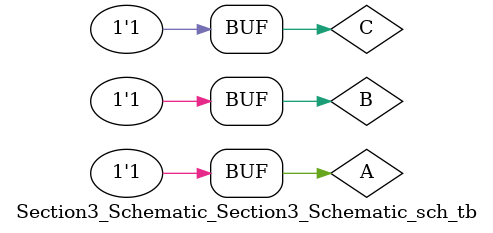
<source format=v>

`timescale 1ns / 1ps

module Section3_Schematic_Section3_Schematic_sch_tb();

// Inputs

// Output

// Bidirs

// Instantiate the UUT
   Section3_Schematic UUT (
		
   );
// Initialize Inputs
 
       initial begin
		 A = 0; B = 0; C = 0;
	#10 A = 0; B = 0; C = 1;
	#10 A = 0; B = 1; C = 0;
	#10 A = 0; B = 1; C = 1;
	#10 A = 1; B = 0; C = 0;
	#10 A = 1; B = 0; C = 1;
	#10 A = 1; B = 1; C = 0;
	#10 A = 1; B = 1; C = 1;
		 
   end
endmodule

</source>
